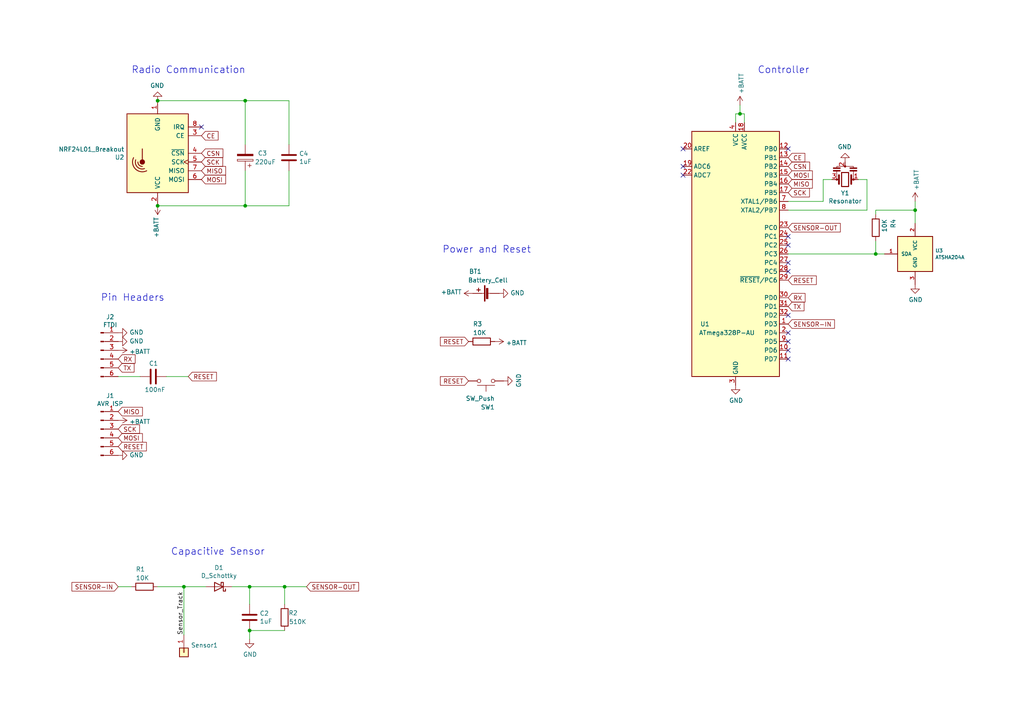
<source format=kicad_sch>
(kicad_sch (version 20211123) (generator eeschema)
  (paper "A4")
  (title_block (title "Capacitive Soil Moisture Sensor") (date "${date}") (rev "${version}") (comment 1 "Philipp Oberdiek ©") (comment 2 "Licensed under CERN-OHL-P v2"))
  (lib_symbols
    (symbol "Connector:Conn_01x06_Male" (pin_names (offset 1.016) hide)
      (property "Reference" "J" (at 0 7.62 0))
      (property "Value" "Conn_01x06_Male" (at 0 -10.16 0))
      (symbol "Conn_01x06_Male_1_1"
        (polyline (pts (xy 1.27 -7.62) (xy 0.8636 -7.62)) (stroke (width 0.1524)))
        (polyline (pts (xy 1.27 -5.08) (xy 0.8636 -5.08)) (stroke (width 0.1524)))
        (polyline (pts (xy 1.27 -2.54) (xy 0.8636 -2.54)) (stroke (width 0.1524)))
        (polyline (pts (xy 1.27 0) (xy 0.8636 0)) (stroke (width 0.1524)))
        (polyline (pts (xy 1.27 2.54) (xy 0.8636 2.54)) (stroke (width 0.1524)))
        (polyline (pts (xy 1.27 5.08) (xy 0.8636 5.08)) (stroke (width 0.1524)))
        (rectangle (start 0.8636 -7.493) (end 0 -7.747) (stroke (width 0.1524)) (fill (type outline)))
        (rectangle (start 0.8636 -4.953) (end 0 -5.207) (stroke (width 0.1524)) (fill (type outline)))
        (rectangle (start 0.8636 -2.413) (end 0 -2.667) (stroke (width 0.1524)) (fill (type outline)))
        (rectangle (start 0.8636 0.127) (end 0 -0.127) (stroke (width 0.1524)) (fill (type outline)))
        (rectangle (start 0.8636 2.667) (end 0 2.413) (stroke (width 0.1524)) (fill (type outline)))
        (rectangle (start 0.8636 5.207) (end 0 4.953) (stroke (width 0.1524)) (fill (type outline)))
        (pin passive line (at 5.08 5.08 180) (length 3.81) (name "Pin_1") (number "1"))
        (pin passive line (at 5.08 2.54 180) (length 3.81) (name "Pin_2") (number "2"))
        (pin passive line (at 5.08 0 180) (length 3.81) (name "Pin_3") (number "3"))
        (pin passive line (at 5.08 -2.54 180) (length 3.81) (name "Pin_4") (number "4"))
        (pin passive line (at 5.08 -5.08 180) (length 3.81) (name "Pin_5") (number "5"))
        (pin passive line (at 5.08 -7.62 180) (length 3.81) (name "Pin_6") (number "6"))
      )
    )
    (symbol "Connector_Generic:Conn_01x01" (pin_names (offset 1.016) hide)
      (property "Reference" "J" (at 0 2.54 0))
      (property "Value" "Conn_01x01" (at 0 -2.54 0))
      (symbol "Conn_01x01_1_1"
        (rectangle (start -1.27 0.127) (end 0 -0.127) (stroke (width 0.1524)))
        (rectangle (start -1.27 1.27) (end 1.27 -1.27) (stroke (width 0.254)) (fill (type background)))
        (pin passive line (at -5.08 0 0) (length 3.81) (name "Pin_1") (number "1"))
      )
    )
    (symbol "Device:Battery_Cell" (pin_numbers hide) (pin_names (offset 0) hide)
      (property "Reference" "BT" (at 2.54 2.54 0))
      (property "Value" "Battery_Cell" (at 2.54 0 0))
      (symbol "Battery_Cell_0_1"
        (rectangle (start -2.286 1.778) (end 2.286 1.524) (fill (type outline)))
        (rectangle (start -1.5748 1.1938) (end 1.4732 0.6858) (fill (type outline)))
        (polyline (pts (xy 0 0.762) (xy 0 0)))
        (polyline (pts (xy 0 1.778) (xy 0 2.54)))
        (polyline (pts (xy 0.508 3.429) (xy 1.524 3.429)) (stroke (width 0.254)))
        (polyline (pts (xy 1.016 3.937) (xy 1.016 2.921)) (stroke (width 0.254)))
      )
      (symbol "Battery_Cell_1_1"
        (pin passive line (at 0 5.08 270) (length 2.54) (name "+") (number "1"))
        (pin passive line (at 0 -2.54 90) (length 2.54) (name "-") (number "2"))
      )
    )
    (symbol "Device:C" (pin_numbers hide) (pin_names (offset 0.254))
      (property "Reference" "C" (at 0.635 2.54 0))
      (property "Value" "C" (at 0.635 -2.54 0))
      (symbol "C_0_1"
        (polyline (pts (xy -2.032 -0.762) (xy 2.032 -0.762)) (stroke (width 0.508)))
        (polyline (pts (xy -2.032 0.762) (xy 2.032 0.762)) (stroke (width 0.508)))
      )
      (symbol "C_1_1"
        (pin passive line (at 0 3.81 270) (length 2.794) (name "~") (number "1"))
        (pin passive line (at 0 -3.81 90) (length 2.794) (name "~") (number "2"))
      )
    )
    (symbol "Device:D_Schottky" (pin_numbers hide) (pin_names (offset 1.016) hide)
      (property "Reference" "D" (at 0 2.54 0))
      (property "Value" "D_Schottky" (at 0 -2.54 0))
      (symbol "D_Schottky_0_1"
        (polyline (pts (xy 1.27 0) (xy -1.27 0)))
        (polyline (pts (xy 1.27 1.27) (xy 1.27 -1.27) (xy -1.27 0) (xy 1.27 1.27)) (stroke (width 0.254)))
        (polyline (pts (xy -1.905 0.635) (xy -1.905 1.27) (xy -1.27 1.27) (xy -1.27 -1.27) (xy -0.635 -1.27) (xy -0.635 -0.635)) (stroke (width 0.254)))
      )
      (symbol "D_Schottky_1_1"
        (pin passive line (at -3.81 0 0) (length 2.54) (name "K") (number "1"))
        (pin passive line (at 3.81 0 180) (length 2.54) (name "A") (number "2"))
      )
    )
    (symbol "Device:R" (pin_numbers hide) (pin_names (offset 0))
      (property "Reference" "R" (at 2.032 0 90))
      (property "Value" "R" (at 0 0 90))
      (symbol "R_0_1"
        (rectangle (start -1.016 -2.54) (end 1.016 2.54) (stroke (width 0.254)))
      )
      (symbol "R_1_1"
        (pin passive line (at 0 3.81 270) (length 1.27) (name "~") (number "1"))
        (pin passive line (at 0 -3.81 90) (length 1.27) (name "~") (number "2"))
      )
    )
    (symbol "Device:Resonator" (pin_names (offset 1.016) hide)
      (property "Reference" "Y" (at 0 5.715 0))
      (property "Value" "Resonator" (at 0 3.81 0))
      (symbol "Resonator_0_1"
        (rectangle (start -3.429 -3.175) (end -1.397 -3.429) (fill (type outline)))
        (rectangle (start -3.429 -2.413) (end -1.397 -2.667) (fill (type outline)))
        (circle (center -2.413 0) (radius 0.254) (fill (type outline)))
        (rectangle (start -1.016 2.032) (end 1.016 -2.032) (stroke (width 0.3048)))
        (circle (center 0 -3.81) (radius 0.254) (fill (type outline)))
        (polyline (pts (xy -2.413 -2.413) (xy -2.413 0)))
        (polyline (pts (xy -1.905 0) (xy -3.175 0)))
        (polyline (pts (xy -1.778 -1.27) (xy -1.778 1.27)) (stroke (width 0.508)))
        (polyline (pts (xy 1.778 -1.27) (xy 1.778 1.27)) (stroke (width 0.508)))
        (polyline (pts (xy 1.905 0) (xy 2.54 0)))
        (polyline (pts (xy 2.413 0) (xy 2.413 -2.54)))
        (polyline (pts (xy 2.413 -3.302) (xy 2.413 -3.81) (xy -2.413 -3.81) (xy -2.413 -3.302)))
        (rectangle (start 1.397 -3.175) (end 3.429 -3.429) (fill (type outline)))
        (rectangle (start 1.397 -2.413) (end 3.429 -2.667) (fill (type outline)))
        (circle (center 2.413 0) (radius 0.254) (fill (type outline)))
      )
      (symbol "Resonator_1_1"
        (pin passive line (at -3.81 0 0) (length 1.27) (name "1") (number "1"))
        (pin passive line (at 0 -5.08 90) (length 1.27) (name "2") (number "2"))
        (pin passive line (at 3.81 0 180) (length 1.27) (name "3") (number "3"))
      )
    )
    (symbol "RF:NRF24L01_Breakout" (pin_names (offset 1.016))
      (property "Reference" "U" (at -8.89 12.7 0))
      (property "Value" "NRF24L01_Breakout" (at 3.81 12.7 0))
      (symbol "NRF24L01_Breakout_0_1"
        (rectangle (start -8.89 11.43) (end 8.89 -11.43) (stroke (width 0.254)) (fill (type background)))
        (polyline (pts (xy 4.445 1.905) (xy 4.445 -1.27)) (stroke (width 0.254)))
        (circle (center 4.445 2.54) (radius 0.635) (stroke (width 0.254)) (fill (type outline)))
        (arc (start 5.715 2.54) (mid 5.3521 3.4546) (end 4.445 3.81) (stroke (width 0.254)))
        (arc (start 6.35 1.905) (mid 5.8763 3.9854) (end 3.81 4.445) (stroke (width 0.254)))
        (arc (start 6.985 1.27) (mid 6.453 4.548) (end 3.175 5.08) (stroke (width 0.254)))
      )
      (symbol "NRF24L01_Breakout_1_1"
        (pin power_in line (at 0 -15.24 90) (length 3.81) (name "GND") (number "1"))
        (pin power_in line (at 0 15.24 270) (length 3.81) (name "VCC") (number "2"))
        (pin input line (at -12.7 -5.08 0) (length 3.81) (name "CE") (number "3"))
        (pin input line (at -12.7 0 0) (length 3.81) (name "~{CSN}") (number "4"))
        (pin input clock (at -12.7 2.54 0) (length 3.81) (name "SCK") (number "5"))
        (pin input line (at -12.7 7.62 0) (length 3.81) (name "MOSI") (number "6"))
        (pin output line (at -12.7 5.08 0) (length 3.81) (name "MISO") (number "7"))
        (pin output line (at -12.7 -7.62 0) (length 3.81) (name "IRQ") (number "8"))
      )
    )
    (symbol "Switch:SW_Push" (pin_numbers hide) (pin_names (offset 1.016) hide)
      (property "Reference" "SW" (at 1.27 2.54 0))
      (property "Value" "SW_Push" (at 0 -1.524 0))
      (symbol "SW_Push_0_1"
        (circle (center -2.032 0) (radius 0.508))
        (polyline (pts (xy 0 1.27) (xy 0 3.048)))
        (polyline (pts (xy 2.54 1.27) (xy -2.54 1.27)))
        (circle (center 2.032 0) (radius 0.508))
        (pin passive line (at -5.08 0 0) (length 2.54) (name "1") (number "1"))
        (pin passive line (at 5.08 0 180) (length 2.54) (name "2") (number "2"))
      )
    )
    (symbol "mysensors_security:ATSHA204A" (pin_names (offset 1.016))
      (property "Reference" "U" (at -8.89 6.35 0))
      (property "Value" "ATSHA204A" (at -3.81 -6.35 0))
      (property "Datasheet" "http://www.atmel.com/Images/Atmel-8885-CryptoAuth-ATSHA204A-Datasheet.pdf" (at 0 0 0))
      (symbol "ATSHA204A_0_1"
        (rectangle (start -10.16 5.08) (end 0 -5.08) (stroke (width 0.254)) (fill (type background)))
      )
      (symbol "ATSHA204A_1_1"
        (pin bidirectional line (at -13.97 0 0) (length 3.81) (name "SDA") (number "1"))
        (pin power_in line (at -5.08 8.89 270) (length 3.81) (name "VCC") (number "2"))
        (pin power_in line (at -5.08 -8.89 90) (length 3.81) (name "GND") (number "3"))
      )
    )
    (symbol "power:+BATT" (power) (pin_names (offset 0))
      (property "Value" "+BATT" (at 0 3.556 0))
      (symbol "+BATT_0_1"
        (polyline (pts (xy -0.762 1.27) (xy 0 2.54)))
        (polyline (pts (xy 0 0) (xy 0 2.54)))
        (polyline (pts (xy 0 2.54) (xy 0.762 1.27)))
      )
      (symbol "+BATT_1_1"
        (pin power_in line (at 0 0 90) (length 0) hide (name "+BATT") (number "1"))
      )
    )
    (symbol "power:GND" (power) (pin_names (offset 0))
      (property "Value" "GND" (at 0 -3.81 0))
      (symbol "GND_0_1"
        (polyline (pts (xy 0 0) (xy 0 -1.27) (xy 1.27 -1.27) (xy 0 -2.54) (xy -1.27 -1.27) (xy 0 -1.27)))
      )
      (symbol "GND_1_1"
        (pin power_in line (at 0 0 270) (length 0) hide (name "GND") (number "1"))
      )
    )
    (symbol "soil-moisture-sensor-rescue:ATmega328P-AU-MCU_Microchip_ATmega"
      (property "Reference" "U" (at -12.7 36.83 0))
      (property "Value" "ATmega328P-AU-MCU_Microchip_ATmega" (at 2.54 -36.83 0))
      (symbol "ATmega328P-AU-MCU_Microchip_ATmega_0_1"
        (rectangle (start -12.7 -35.56) (end 12.7 35.56) (stroke (width 0.254)) (fill (type background)))
      )
      (symbol "ATmega328P-AU-MCU_Microchip_ATmega_1_1"
        (pin bidirectional line (at 15.24 -20.32 180) (length 2.54) (name "PD3") (number "1"))
        (pin bidirectional line (at 15.24 -27.94 180) (length 2.54) (name "PD6") (number "10"))
        (pin bidirectional line (at 15.24 -30.48 180) (length 2.54) (name "PD7") (number "11"))
        (pin bidirectional line (at 15.24 30.48 180) (length 2.54) (name "PB0") (number "12"))
        (pin bidirectional line (at 15.24 27.94 180) (length 2.54) (name "PB1") (number "13"))
        (pin bidirectional line (at 15.24 25.4 180) (length 2.54) (name "PB2") (number "14"))
        (pin bidirectional line (at 15.24 22.86 180) (length 2.54) (name "PB3") (number "15"))
        (pin bidirectional line (at 15.24 20.32 180) (length 2.54) (name "PB4") (number "16"))
        (pin bidirectional line (at 15.24 17.78 180) (length 2.54) (name "PB5") (number "17"))
        (pin power_in line (at 2.54 38.1 270) (length 2.54) (name "AVCC") (number "18"))
        (pin input line (at -15.24 25.4 0) (length 2.54) (name "ADC6") (number "19"))
        (pin bidirectional line (at 15.24 -22.86 180) (length 2.54) (name "PD4") (number "2"))
        (pin passive line (at -15.24 30.48 0) (length 2.54) (name "AREF") (number "20"))
        (pin passive line (at 0 -38.1 90) (length 2.54) hide (name "GND") (number "21"))
        (pin input line (at -15.24 22.86 0) (length 2.54) (name "ADC7") (number "22"))
        (pin bidirectional line (at 15.24 7.62 180) (length 2.54) (name "PC0") (number "23"))
        (pin bidirectional line (at 15.24 5.08 180) (length 2.54) (name "PC1") (number "24"))
        (pin bidirectional line (at 15.24 2.54 180) (length 2.54) (name "PC2") (number "25"))
        (pin bidirectional line (at 15.24 0 180) (length 2.54) (name "PC3") (number "26"))
        (pin bidirectional line (at 15.24 -2.54 180) (length 2.54) (name "PC4") (number "27"))
        (pin bidirectional line (at 15.24 -5.08 180) (length 2.54) (name "PC5") (number "28"))
        (pin bidirectional line (at 15.24 -7.62 180) (length 2.54) (name "~{RESET}/PC6") (number "29"))
        (pin power_in line (at 0 -38.1 90) (length 2.54) (name "GND") (number "3"))
        (pin bidirectional line (at 15.24 -12.7 180) (length 2.54) (name "PD0") (number "30"))
        (pin bidirectional line (at 15.24 -15.24 180) (length 2.54) (name "PD1") (number "31"))
        (pin bidirectional line (at 15.24 -17.78 180) (length 2.54) (name "PD2") (number "32"))
        (pin power_in line (at 0 38.1 270) (length 2.54) (name "VCC") (number "4"))
        (pin passive line (at 0 -38.1 90) (length 2.54) hide (name "GND") (number "5"))
        (pin passive line (at 0 38.1 270) (length 2.54) hide (name "VCC") (number "6"))
        (pin bidirectional line (at 15.24 15.24 180) (length 2.54) (name "XTAL1/PB6") (number "7"))
        (pin bidirectional line (at 15.24 12.7 180) (length 2.54) (name "XTAL2/PB7") (number "8"))
        (pin bidirectional line (at 15.24 -25.4 180) (length 2.54) (name "PD5") (number "9"))
      )
    )
    (symbol "soil-moisture-sensor-rescue:CP-Device" (pin_numbers hide) (pin_names (offset 0.254))
      (property "Reference" "C" (at 0.635 2.54 0))
      (property "Value" "CP-Device" (at 0.635 -2.54 0))
      (symbol "CP-Device_0_1"
        (rectangle (start -2.286 0.508) (end 2.286 1.016))
        (polyline (pts (xy -1.778 2.286) (xy -0.762 2.286)))
        (polyline (pts (xy -1.27 2.794) (xy -1.27 1.778)))
        (rectangle (start 2.286 -0.508) (end -2.286 -1.016) (fill (type outline)))
      )
      (symbol "CP-Device_1_1"
        (pin passive line (at 0 3.81 270) (length 2.794) (name "~") (number "1"))
        (pin passive line (at 0 -3.81 90) (length 2.794) (name "~") (number "2"))
      )
    )
  )
  (junction (at 45.72 29.21))
  (junction (at 72.39 182.88))
  (junction (at 214.63 33.02))
  (junction (at 71.12 29.21))
  (junction (at 265.43 60.96))
  (junction (at 45.72 59.69))
  (junction (at 72.39 170.18))
  (junction (at 254 73.66))
  (junction (at 71.12 59.69))
  (junction (at 53.34 170.18))
  (junction (at 82.55 170.18))
  (no_connect (at 228.6 99.06))
  (no_connect (at 228.6 68.58))
  (no_connect (at 58.42 36.83))
  (no_connect (at 228.6 43.18))
  (no_connect (at 228.6 78.74))
  (no_connect (at 198.12 48.26))
  (no_connect (at 228.6 101.6))
  (no_connect (at 228.6 96.52))
  (no_connect (at 228.6 104.14))
  (no_connect (at 228.6 76.2))
  (no_connect (at 228.6 71.12))
  (no_connect (at 198.12 50.8))
  (no_connect (at 198.12 43.18))
  (no_connect (at 228.6 91.44))
  (wire (pts (xy 53.34 184.15) (xy 53.34 170.18)))
  (wire (pts (xy 254 60.96) (xy 265.43 60.96)))
  (wire (pts (xy 265.43 58.42) (xy 265.43 60.96)))
  (wire (pts (xy 251.46 52.07) (xy 248.92 52.07)))
  (wire (pts (xy 241.3 52.07) (xy 238.76 52.07)))
  (wire (pts (xy 265.43 60.96) (xy 265.43 64.77)))
  (wire (pts (xy 45.72 170.18) (xy 53.34 170.18)))
  (wire (pts (xy 82.55 170.18) (xy 88.9 170.18)))
  (wire (pts (xy 72.39 182.88) (xy 72.39 185.42)))
  (wire (pts (xy 251.46 60.96) (xy 251.46 52.07)))
  (wire (pts (xy 83.82 41.91) (xy 83.82 29.21)))
  (wire (pts (xy 40.64 109.22) (xy 34.29 109.22)))
  (wire (pts (xy 238.76 52.07) (xy 238.76 58.42)))
  (wire (pts (xy 71.12 59.69) (xy 45.72 59.69)))
  (wire (pts (xy 215.9 33.02) (xy 215.9 35.56)))
  (wire (pts (xy 71.12 49.53) (xy 71.12 59.69)))
  (wire (pts (xy 213.36 33.02) (xy 214.63 33.02)))
  (wire (pts (xy 82.55 175.26) (xy 82.55 170.18)))
  (wire (pts (xy 71.12 29.21) (xy 45.72 29.21)))
  (wire (pts (xy 228.6 73.66) (xy 254 73.66)))
  (wire (pts (xy 83.82 29.21) (xy 71.12 29.21)))
  (wire (pts (xy 71.12 41.91) (xy 71.12 29.21)))
  (wire (pts (xy 238.76 58.42) (xy 228.6 58.42)))
  (wire (pts (xy 228.6 60.96) (xy 251.46 60.96)))
  (wire (pts (xy 82.55 182.88) (xy 72.39 182.88)))
  (wire (pts (xy 214.63 30.48) (xy 214.63 33.02)))
  (wire (pts (xy 214.63 33.02) (xy 215.9 33.02)))
  (wire (pts (xy 213.36 33.02) (xy 213.36 35.56)))
  (wire (pts (xy 72.39 175.26) (xy 72.39 170.18)))
  (wire (pts (xy 34.29 170.18) (xy 38.1 170.18)))
  (wire (pts (xy 254 62.23) (xy 254 60.96)))
  (wire (pts (xy 254 73.66) (xy 256.54 73.66)))
  (wire (pts (xy 67.31 170.18) (xy 72.39 170.18)))
  (wire (pts (xy 83.82 59.69) (xy 83.82 49.53)))
  (wire (pts (xy 53.34 170.18) (xy 59.69 170.18)))
  (wire (pts (xy 54.61 109.22) (xy 48.26 109.22)))
  (wire (pts (xy 71.12 59.69) (xy 83.82 59.69)))
  (wire (pts (xy 72.39 170.18) (xy 82.55 170.18)))
  (wire (pts (xy 254 69.85) (xy 254 73.66)))
  (text "Capacitive Sensor" (at 49.53 161.29 0) (effects (font (size 2.0066 2.0066)) (justify left bottom)))
  (text "Power and Reset" (at 128.27 73.66 0) (effects (font (size 2.0066 2.0066)) (justify left bottom)))
  (text "Controller" (at 219.71 21.59 0) (effects (font (size 2.0066 2.0066)) (justify left bottom)))
  (text "Radio Communication" (at 38.1 21.59 0) (effects (font (size 2.0066 2.0066)) (justify left bottom)))
  (text "Pin Headers" (at 29.21 87.63 0) (effects (font (size 2.0066 2.0066)) (justify left bottom)))
  (label "Sensor_Track" (at 53.34 184.15 90))
  (global_label "MISO" (shape input) (at 228.6 53.34 0) (property "Intersheet References" "${INTERSHEET_REFS}" (effects hide)))
  (global_label "MISO" (shape input) (at 58.42 49.53 0) (property "Intersheet References" "${INTERSHEET_REFS}" (effects hide)))
  (global_label "RESET" (shape input) (at 228.6 81.28 0) (property "Intersheet References" "${INTERSHEET_REFS}" (effects hide)))
  (global_label "SENSOR-OUT" (shape input) (at 88.9 170.18 0) (property "Intersheet References" "${INTERSHEET_REFS}" (effects hide)))
  (global_label "RESET" (shape input) (at 135.89 110.49 180) (property "Intersheet References" "${INTERSHEET_REFS}" (effects hide)))
  (global_label "SENSOR-IN" (shape input) (at 34.29 170.18 180) (property "Intersheet References" "${INTERSHEET_REFS}" (effects hide)))
  (global_label "CE" (shape input) (at 228.6 45.72 0) (property "Intersheet References" "${INTERSHEET_REFS}" (effects hide)))
  (global_label "RX" (shape input) (at 34.29 104.14 0) (property "Intersheet References" "${INTERSHEET_REFS}" (effects hide)))
  (global_label "RX" (shape input) (at 228.6 86.36 0) (property "Intersheet References" "${INTERSHEET_REFS}" (effects hide)))
  (global_label "MOSI" (shape input) (at 34.29 127 0) (property "Intersheet References" "${INTERSHEET_REFS}" (effects hide)))
  (global_label "CSN" (shape input) (at 58.42 44.45 0) (property "Intersheet References" "${INTERSHEET_REFS}" (effects hide)))
  (global_label "TX" (shape input) (at 228.6 88.9 0) (property "Intersheet References" "${INTERSHEET_REFS}" (effects hide)))
  (global_label "MOSI" (shape input) (at 58.42 52.07 0) (property "Intersheet References" "${INTERSHEET_REFS}" (effects hide)))
  (global_label "SENSOR-OUT" (shape input) (at 228.6 66.04 0) (property "Intersheet References" "${INTERSHEET_REFS}" (effects hide)))
  (global_label "SCK" (shape input) (at 58.42 46.99 0) (property "Intersheet References" "${INTERSHEET_REFS}" (effects hide)))
  (global_label "RESET" (shape input) (at 135.89 99.06 180) (property "Intersheet References" "${INTERSHEET_REFS}" (effects hide)))
  (global_label "SCK" (shape input) (at 228.6 55.88 0) (property "Intersheet References" "${INTERSHEET_REFS}" (effects hide)))
  (global_label "CE" (shape input) (at 58.42 39.37 0) (property "Intersheet References" "${INTERSHEET_REFS}" (effects hide)))
  (global_label "SENSOR-IN" (shape input) (at 228.6 93.98 0) (property "Intersheet References" "${INTERSHEET_REFS}" (effects hide)))
  (global_label "RESET" (shape input) (at 54.61 109.22 0) (property "Intersheet References" "${INTERSHEET_REFS}" (effects hide)))
  (global_label "SCK" (shape input) (at 34.29 124.46 0) (property "Intersheet References" "${INTERSHEET_REFS}" (effects hide)))
  (global_label "CSN" (shape input) (at 228.6 48.26 0) (property "Intersheet References" "${INTERSHEET_REFS}" (effects hide)))
  (global_label "MISO" (shape input) (at 34.29 119.38 0) (property "Intersheet References" "${INTERSHEET_REFS}" (effects hide)))
  (global_label "RESET" (shape input) (at 34.29 129.54 0) (property "Intersheet References" "${INTERSHEET_REFS}" (effects hide)))
  (global_label "MOSI" (shape input) (at 228.6 50.8 0) (property "Intersheet References" "${INTERSHEET_REFS}" (effects hide)))
  (global_label "TX" (shape input) (at 34.29 106.68 0) (property "Intersheet References" "${INTERSHEET_REFS}" (effects hide)))
  (symbol (lib_id "soil-moisture-sensor-rescue:ATmega328P-AU-MCU_Microchip_ATmega") (at 213.36 73.66 0) (unit 1)
    (property "Reference" "U1" (at 204.47 93.98 0))
    (property "Value" "ATmega328P-AU" (at 210.82 96.52 0))
    (property "Footprint" "Package_QFP:TQFP-32_7x7mm_P0.8mm" (effects hide))
    (property "Datasheet" "http://ww1.microchip.com/downloads/en/DeviceDoc/ATmega328_P%20AVR%20MCU%20with%20picoPower%20Technology%20Data%20Sheet%2040001984A.pdf" (effects hide))
    (property "LCSC" "C14877" (effects hide))
    (property "Config" "+rotated" (effects hide))
  )
  (symbol (lib_id "power:GND") (at 213.36 111.76 0) (unit 1)
    (property "Reference" "#PWR?" (effects hide))
    (property "Value" "GND" (at 213.487 116.1542 0))
  )
  (symbol (lib_id "Switch:SW_Push") (at 140.97 110.49 180) (unit 1)
    (property "Reference" "SW1" (at 143.51 118.11 0) (effects (justify left)))
    (property "Value" "SW_Push" (at 143.51 115.57 0) (effects (justify left)))
    (property "Footprint" "MyFootprints:Button_2P_TS-1088-AR02016" (effects hide))
    (property "LCSC" "C720477" (effects hide))
    (property "Config" "+rotated" (effects hide))
  )
  (symbol (lib_id "Connector:Conn_01x06_Male") (at 29.21 124.46 0) (unit 1)
    (property "Reference" "J1" (at 31.9532 114.7826 0))
    (property "Value" "AVR ISP" (at 31.9532 117.094 0))
    (property "Footprint" "Connector_PinHeader_2.54mm:PinHeader_1x06_P2.54mm_Vertical" (effects hide))
    (property "LCSC" "C2833331" (effects hide))
    (property "Config" "+rotated" (effects hide))
  )
  (symbol (lib_id "power:GND") (at 34.29 132.08 90) (unit 1)
    (property "Reference" "#PWR?" (effects hide))
    (property "Value" "GND" (at 37.5412 131.953 90) (effects (justify right)))
  )
  (symbol (lib_id "Device:R") (at 41.91 170.18 270) (unit 1)
    (property "Reference" "R1" (at 39.37 165.1 90) (effects (justify left)))
    (property "Value" "10K" (at 39.37 167.64 90) (effects (justify left)))
    (property "Footprint" "Resistor_SMD:R_0805_2012Metric_Pad1.15x1.40mm_HandSolder" (effects hide))
    (property "LCSC" "C17414" (effects hide))
    (property "Config" "+rotated" (effects hide))
  )
  (symbol (lib_id "Device:D_Schottky") (at 63.5 170.18 180) (unit 1)
    (property "Reference" "D1" (at 63.5 164.6682 0))
    (property "Value" "D_Schottky" (at 63.5 166.9796 0))
    (property "Footprint" "Diode_SMD:D_SOD-323_HandSoldering" (effects hide))
    (property "LCSC" "C154819" (effects hide))
    (property "Config" "+rotated" (effects hide))
  )
  (symbol (lib_id "Device:C") (at 72.39 179.07 0) (unit 1)
    (property "Reference" "C2" (at 75.311 177.9016 0) (effects (justify left)))
    (property "Value" "1uF" (at 75.311 180.213 0) (effects (justify left)))
    (property "Footprint" "Capacitor_SMD:C_0805_2012Metric_Pad1.15x1.40mm_HandSolder" (effects hide))
    (property "LCSC" "C28323" (effects hide))
    (property "Config" "+rotated" (effects hide))
  )
  (symbol (lib_id "Device:R") (at 82.55 179.07 180) (unit 1)
    (property "Reference" "R2" (at 86.36 177.8 0) (effects (justify left)))
    (property "Value" "510K" (at 88.9 180.34 0) (effects (justify left)))
    (property "Footprint" "Resistor_SMD:R_0805_2012Metric_Pad1.15x1.40mm_HandSolder" (effects hide))
    (property "LCSC" "C17733" (effects hide))
    (property "Config" "+rotated" (effects hide))
  )
  (symbol (lib_id "power:GND") (at 72.39 185.42 0) (unit 1)
    (property "Reference" "#PWR?" (effects hide))
    (property "Value" "GND" (at 72.517 189.8142 0))
  )
  (symbol (lib_id "RF:NRF24L01_Breakout") (at 45.72 44.45 180) (unit 1)
    (property "Reference" "U2" (at 36.068 45.6184 0) (effects (justify left)))
    (property "Value" "NRF24L01_Breakout" (at 36.068 43.307 0) (effects (justify left)))
    (property "Footprint" "local_footprints:NRF24L01-SMD" (effects hide))
    (property "Datasheet" "http://www.nordicsemi.com/eng/content/download/2730/34105/file/nRF24L01_Product_Specification_v2_0.pdf" (effects hide))
  )
  (symbol (lib_id "power:GND") (at 45.72 29.21 180) (unit 1)
    (property "Reference" "#PWR?" (effects hide))
    (property "Value" "GND" (at 45.593 24.8158 0))
  )
  (symbol (lib_id "soil-moisture-sensor-rescue:CP-Device") (at 71.12 45.72 180) (unit 1)
    (property "Reference" "C3" (at 77.47 44.45 0) (effects (justify left)))
    (property "Value" "220uF" (at 80.01 46.99 0) (effects (justify left)))
    (property "Footprint" "Capacitor_SMD:CP_Elec_6.3x7.7" (effects hide))
    (property "LCSC" "C127327" (effects hide))
    (property "Config" "+rotated" (effects hide))
  )
  (symbol (lib_id "Device:C") (at 83.82 45.72 0) (unit 1)
    (property "Reference" "C4" (at 86.741 44.5516 0) (effects (justify left)))
    (property "Value" "1uF" (at 86.741 46.863 0) (effects (justify left)))
    (property "Footprint" "Capacitor_SMD:C_0805_2012Metric_Pad1.15x1.40mm_HandSolder" (effects hide))
    (property "LCSC" "C28323" (effects hide))
    (property "Config" "+rotated" (effects hide))
  )
  (symbol (lib_id "Device:Battery_Cell") (at 142.24 85.09 90) (unit 1)
    (property "Reference" "BT1" (at 139.7 78.74 90) (effects (justify left)))
    (property "Value" "Battery_Cell" (at 147.32 81.28 90) (effects (justify left)))
    (property "Footprint" "MyFootprints:BatteryHolder_Keystone_597_591_2AAA_3V" (effects hide))
    (property "Datasheet" "https://www.keyelco.com/userAssets/file/M65p11.pdf" (effects hide))
  )
  (symbol (lib_id "power:GND") (at 144.78 85.09 90) (unit 1)
    (property "Reference" "#PWR?" (effects hide))
    (property "Value" "GND" (at 148.0312 84.963 90) (effects (justify right)))
  )
  (symbol (lib_id "Device:R") (at 139.7 99.06 270) (unit 1)
    (property "Reference" "R3" (at 137.16 93.98 90) (effects (justify left)))
    (property "Value" "10K" (at 137.16 96.52 90) (effects (justify left)))
    (property "Footprint" "Resistor_SMD:R_0805_2012Metric_Pad1.15x1.40mm_HandSolder" (effects hide))
    (property "LCSC" "C17414" (effects hide))
    (property "Config" "+rotated" (effects hide))
  )
  (symbol (lib_id "power:GND") (at 146.05 110.49 90) (unit 1)
    (property "Reference" "#PWR?" (effects hide))
    (property "Value" "GND" (at 150.4442 110.363 0))
  )
  (symbol (lib_id "Connector:Conn_01x06_Male") (at 29.21 101.6 0) (unit 1)
    (property "Reference" "J2" (at 31.9532 91.9226 0))
    (property "Value" "FTDI" (at 31.9532 94.234 0))
    (property "Footprint" "Connector_PinHeader_2.54mm:PinHeader_1x06_P2.54mm_Vertical" (effects hide))
    (property "LCSC" "C2833331" (effects hide))
    (property "Config" "+rotated" (effects hide))
  )
  (symbol (lib_id "power:GND") (at 34.29 96.52 90) (unit 1)
    (property "Reference" "#PWR?" (effects hide))
    (property "Value" "GND" (at 37.5412 96.393 90) (effects (justify right)))
  )
  (symbol (lib_id "power:GND") (at 34.29 99.06 90) (unit 1)
    (property "Reference" "#PWR?" (effects hide))
    (property "Value" "GND" (at 37.5412 98.933 90) (effects (justify right)))
  )
  (symbol (lib_id "Connector_Generic:Conn_01x01") (at 53.34 189.23 270) (unit 1)
    (property "Reference" "Sensor1" (at 55.372 187.1472 90) (effects (justify left)))
    (property "Value" "Conn_01x01" (effects hide))
    (property "Footprint" "MyFootprints:Capacitive_Soil_Moisture_Sensor" (effects hide))
  )
  (symbol (lib_id "mysensors_security:ATSHA204A") (at 270.51 73.66 0) (unit 1)
    (property "Reference" "U3" (at 271.272 72.6948 0) (effects (font (size 1.016 1.016)) (justify left)))
    (property "Value" "ATSHA204A" (at 271.272 74.6252 0) (effects (font (size 1.016 1.016)) (justify left)))
    (property "Footprint" "Package_TO_SOT_SMD:SOT-23_Handsoldering" (effects hide))
    (property "Datasheet" "http://www.atmel.com/Images/Atmel-8885-CryptoAuth-ATSHA204A-Datasheet.pdf" (effects hide))
    (property "LCSC" "C34377" (effects hide))
    (property "Config" "+rotated" (effects hide))
  )
  (symbol (lib_id "power:GND") (at 265.43 82.55 0) (unit 1)
    (property "Reference" "#PWR?" (effects hide))
    (property "Value" "GND" (at 265.557 86.9442 0))
  )
  (symbol (lib_id "power:+BATT") (at 137.16 85.09 90) (unit 1)
    (property "Reference" "#PWR?" (effects hide))
    (property "Value" "+BATT" (at 133.9342 84.709 90) (effects (justify left)))
  )
  (symbol (lib_id "power:+BATT") (at 143.51 99.06 270) (unit 1)
    (property "Reference" "#PWR?" (effects hide))
    (property "Value" "+BATT" (at 146.7358 99.441 90) (effects (justify left)))
  )
  (symbol (lib_id "power:+BATT") (at 34.29 121.92 270) (unit 1)
    (property "Reference" "#PWR?" (effects hide))
    (property "Value" "+BATT" (at 37.5158 122.301 90) (effects (justify left)))
  )
  (symbol (lib_id "power:+BATT") (at 34.29 101.6 270) (unit 1)
    (property "Reference" "#PWR?" (effects hide))
    (property "Value" "+BATT" (at 37.5158 101.981 90) (effects (justify left)))
  )
  (symbol (lib_id "power:+BATT") (at 214.63 30.48 0) (unit 1)
    (property "Reference" "#PWR?" (effects hide))
    (property "Value" "+BATT" (at 215.011 27.2542 90) (effects (justify left)))
  )
  (symbol (lib_id "power:+BATT") (at 265.43 58.42 0) (unit 1)
    (property "Reference" "#PWR?" (effects hide))
    (property "Value" "+BATT" (at 265.811 55.1942 90) (effects (justify left)))
  )
  (symbol (lib_id "power:+BATT") (at 45.72 59.69 180) (unit 1)
    (property "Reference" "#PWR?" (effects hide))
    (property "Value" "+BATT" (at 45.339 62.9158 90) (effects (justify left)))
  )
  (symbol (lib_id "Device:R") (at 254 66.04 180) (unit 1)
    (property "Reference" "R4" (at 259.08 63.5 90) (effects (justify left)))
    (property "Value" "10K" (at 256.54 63.5 90) (effects (justify left)))
    (property "Footprint" "Resistor_SMD:R_0805_2012Metric_Pad1.15x1.40mm_HandSolder" (effects hide))
    (property "LCSC" "C17414" (effects hide))
    (property "Config" "+rotated" (effects hide))
  )
  (symbol (lib_id "Device:Resonator") (at 245.11 52.07 180) (unit 1)
    (property "Reference" "Y1" (at 245.11 56.007 0))
    (property "Value" "Resonator" (at 245.11 58.3184 0))
    (property "Footprint" "MyFootprints:ceramik_resonator_murata_CSTCE8M00G52-R0" (effects hide))
    (property "LCSC" "C907975" (effects hide))
    (property "Config" "+rotated" (effects hide))
  )
  (symbol (lib_id "power:GND") (at 245.11 46.99 180) (unit 1)
    (property "Reference" "#PWR?" (effects hide))
    (property "Value" "GND" (at 244.983 42.5958 0))
  )
  (symbol (lib_id "Device:C") (at 44.45 109.22 270) (unit 1)
    (property "Reference" "C1" (at 43.18 105.41 90) (effects (justify left)))
    (property "Value" "100nF" (at 41.91 113.03 90) (effects (justify left)))
    (property "Footprint" "Capacitor_SMD:C_0805_2012Metric_Pad1.15x1.40mm_HandSolder" (effects hide))
    (property "LCSC" "C49678" (effects hide))
    (property "Config" "+rotated" (effects hide))
  )
)
</source>
